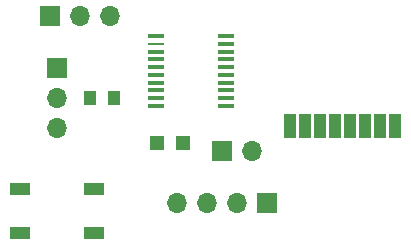
<source format=gbr>
G04 #@! TF.FileFunction,Soldermask,Top*
%FSLAX46Y46*%
G04 Gerber Fmt 4.6, Leading zero omitted, Abs format (unit mm)*
G04 Created by KiCad (PCBNEW 4.0.6) date 07/07/17 14:26:12*
%MOMM*%
%LPD*%
G01*
G04 APERTURE LIST*
%ADD10C,0.100000*%
%ADD11R,1.000000X1.250000*%
%ADD12R,1.200000X1.200000*%
%ADD13R,1.700000X1.700000*%
%ADD14O,1.700000X1.700000*%
%ADD15R,1.800000X1.100000*%
%ADD16R,1.450000X0.300000*%
%ADD17R,1.450000X0.200000*%
%ADD18R,1.000000X2.000000*%
G04 APERTURE END LIST*
D10*
D11*
X141970000Y-107315000D03*
X139970000Y-107315000D03*
D12*
X147785000Y-111125000D03*
X145585000Y-111125000D03*
D13*
X154940000Y-116205000D03*
D14*
X152400000Y-116205000D03*
X149860000Y-116205000D03*
X147320000Y-116205000D03*
D15*
X134060000Y-114990000D03*
X140260000Y-114990000D03*
X134060000Y-118690000D03*
X140260000Y-118690000D03*
D16*
X145551100Y-102078600D03*
D17*
X145551100Y-102728600D03*
D16*
X145551100Y-103378600D03*
X145551100Y-104028600D03*
X145551100Y-104678600D03*
X145551100Y-105328600D03*
X145551100Y-105978600D03*
X145551100Y-106628600D03*
X145551100Y-107278600D03*
X145551100Y-107928600D03*
X151451100Y-107928600D03*
X151451100Y-107278600D03*
X151451100Y-106628600D03*
X151451100Y-105978600D03*
X151451100Y-105328600D03*
X151451100Y-104678600D03*
X151451100Y-104028600D03*
X151451100Y-103378600D03*
X151451100Y-102728600D03*
X151451100Y-102078600D03*
D18*
X156890000Y-109665000D03*
X158160000Y-109665000D03*
X159430000Y-109665000D03*
X160700000Y-109665000D03*
X161970000Y-109665000D03*
X163240000Y-109665000D03*
X164510000Y-109665000D03*
X165780000Y-109665000D03*
D13*
X151130000Y-111760000D03*
D14*
X153670000Y-111760000D03*
D13*
X137160000Y-104775000D03*
D14*
X137160000Y-107315000D03*
X137160000Y-109855000D03*
D13*
X136525000Y-100330000D03*
D14*
X139065000Y-100330000D03*
X141605000Y-100330000D03*
M02*

</source>
